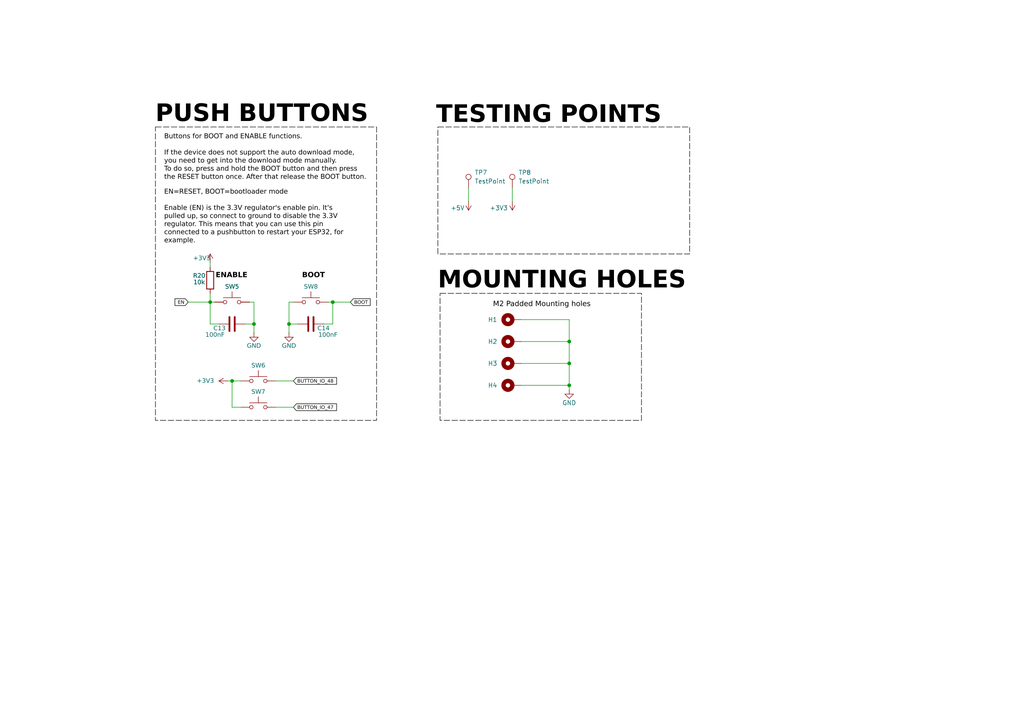
<source format=kicad_sch>
(kicad_sch (version 20250114) (generator "eeschema") (generator_version "9.0")
  (paper "A4")
  (lib_symbols
    (symbol "Connector:TestPoint" (pin_numbers (hide yes)) (pin_names (offset 0.762) (hide yes))
      (property "Reference" "TP" (at 0 6.858 0))
      (property "Value" "TestPoint" (at 0 5.08 0))
      (symbol "TestPoint_0_1"
        (circle (center 0 3.302) (radius 0.762))
      )
      (symbol "TestPoint_1_1"
        (pin passive line (at 0 0 90) (length 2.54) (name "1") (number "1"))
      )
    )
    (symbol "Device:C" (pin_numbers (hide yes)) (pin_names (offset 0.254))
      (property "Reference" "C" (at 0.635 2.54 0))
      (property "Value" "C" (at 0.635 -2.54 0))
      (symbol "C_0_1"
        (polyline (pts (xy -2.032 0.762) (xy 2.032 0.762)) (stroke (width 0.508)))
        (polyline (pts (xy -2.032 -0.762) (xy 2.032 -0.762)) (stroke (width 0.508)))
      )
      (symbol "C_1_1"
        (pin passive line (at 0 3.81 270) (length 2.794) (name "~") (number "1"))
        (pin passive line (at 0 -3.81 90) (length 2.794) (name "~") (number "2"))
      )
    )
    (symbol "Device:R" (pin_numbers (hide yes)) (pin_names (offset 0))
      (property "Reference" "R" (at 2.032 0 90))
      (property "Value" "R" (at 0 0 90))
      (symbol "R_0_1"
        (rectangle (start -1.016 -2.54) (end 1.016 2.54) (stroke (width 0.254)))
      )
      (symbol "R_1_1"
        (pin passive line (at 0 3.81 270) (length 1.27) (name "~") (number "1"))
        (pin passive line (at 0 -3.81 90) (length 1.27) (name "~") (number "2"))
      )
    )
    (symbol "Mechanical:MountingHole_Pad" (pin_numbers (hide yes)) (pin_names (offset 1.016) (hide yes))
      (property "Reference" "H" (at 0 6.35 0))
      (property "Value" "MountingHole_Pad" (at 0 4.445 0))
      (symbol "MountingHole_Pad_0_1"
        (circle (center 0 1.27) (radius 1.27) (stroke (width 1.27)))
      )
      (symbol "MountingHole_Pad_1_1"
        (pin input line (at 0 -2.54 90) (length 2.54) (name "1") (number "1"))
      )
    )
    (symbol "Switch:SW_Push" (pin_numbers (hide yes)) (pin_names (offset 1.016) (hide yes))
      (property "Reference" "SW" (at 1.27 2.54 0))
      (property "Value" "SW_Push" (at 0 -1.524 0))
      (symbol "SW_Push_0_1"
        (circle (center -2.032 0) (radius 0.508))
        (polyline (pts (xy 0 1.27) (xy 0 3.048)))
        (circle (center 2.032 0) (radius 0.508))
        (polyline (pts (xy 2.54 1.27) (xy -2.54 1.27)))
        (pin passive line (at -5.08 0 0) (length 2.54) (name "1") (number "1"))
        (pin passive line (at 5.08 0 180) (length 2.54) (name "2") (number "2"))
      )
    )
    (symbol "power:+3V3" (power) (pin_names (offset 0))
      (property "Value" "+3V3" (at 0 3.556 0))
      (symbol "+3V3_0_1"
        (polyline (pts (xy -0.762 1.27) (xy 0 2.54)))
        (polyline (pts (xy 0 2.54) (xy 0.762 1.27)))
        (polyline (pts (xy 0 0) (xy 0 2.54)))
      )
      (symbol "+3V3_1_1"
        (pin power_in line (at 0 0 90) (length 0) (hide yes) (name "+3V3") (number "1"))
      )
    )
    (symbol "power:+5V" (power) (pin_numbers (hide yes)) (pin_names (offset 0) (hide yes))
      (property "Value" "+5V" (at 0 3.556 0))
      (symbol "+5V_0_1"
        (polyline (pts (xy -0.762 1.27) (xy 0 2.54)))
        (polyline (pts (xy 0 2.54) (xy 0.762 1.27)))
        (polyline (pts (xy 0 0) (xy 0 2.54)))
      )
      (symbol "+5V_1_1"
        (pin power_in line (at 0 0 90) (length 0) (name "~") (number "1"))
      )
    )
    (symbol "power:GND" (power) (pin_numbers (hide yes)) (pin_names (offset 0) (hide yes))
      (property "Value" "GND" (at 0 -3.81 0))
      (symbol "GND_0_1"
        (polyline (pts (xy 0 0) (xy 0 -1.27) (xy 1.27 -1.27) (xy 0 -2.54) (xy -1.27 -1.27) (xy 0 -1.27)))
      )
      (symbol "GND_1_1"
        (pin power_in line (at 0 0 270) (length 0) (name "~") (number "1"))
      )
    )
  )
  (rectangle (start 127.635 85.09) (end 186.055 121.92) (stroke (width 0) (type dash) (color 0 0 0 1)))
  (rectangle (start 45.085 36.83) (end 109.22 121.92) (stroke (width 0) (type dash) (color 0 0 0 1)))
  (rectangle (start 127 36.83) (end 200.025 73.66) (stroke (width 0) (type dash) (color 0 0 0 1)))
  (text "Buttons for BOOT and ENABLE functions.\n\nIf the device does not support the auto download mode,\nyou need to get into the download mode manually. \nTo do so, press and hold the BOOT button and then press \nthe RESET button once. After that release the BOOT button." (at 47.625 52.705 0) (effects (font (size 1.4 1.4) (italic yes)) (justify left bottom)))
  (text "TESTING POINTS" (at 126.492 34.798 0) (effects (font (size 5 5) (thickness 1.2) (bold yes)) (justify left)))
  (text "MOUNTING HOLES" (at 127 85.725 0) (effects (font (size 5 5) (bold yes)) (justify left bottom)))
  (text "M2 Padded Mounting holes" (at 143.002 89.662 0) (effects (font (size 1.5 1.5)) (justify left bottom)))
  (text "BOOT" (at 87.63 81.28 0) (effects (font (size 1.5 1.5) (bold yes)) (justify left bottom)))
  (text "ENABLE" (at 71.755 81.28 0) (effects (font (size 1.5 1.5) (thickness 0.254) (bold yes)) (justify right bottom)))
  (text "EN=RESET, BOOT=bootloader mode\n\nEnable (EN) is the 3.3V regulator's enable pin. It's\npulled up, so connect to ground to disable the 3.3V\nregulator. This means that you can use this pin\nconnected to a pushbutton to restart your ESP32, for\nexample." (at 47.625 71.12 0) (effects (font (size 1.4 1.4) (italic yes)) (justify left bottom)))
  (text "PUSH BUTTONS" (at 45.085 37.465 0) (effects (font (size 5 5) (bold yes)) (justify left bottom)))
  (junction (at 165.1 111.76))
  (junction (at 165.1 105.41))
  (junction (at 73.66 93.98))
  (junction (at 96.52 87.63))
  (junction (at 165.1 99.06))
  (junction (at 60.96 87.63))
  (junction (at 67.31 110.49))
  (junction (at 83.82 93.98))
  (wire (pts (xy 83.82 93.98) (xy 86.36 93.98)))
  (wire (pts (xy 85.09 118.11) (xy 80.01 118.11)))
  (wire (pts (xy 165.1 113.03) (xy 165.1 111.76)))
  (wire (pts (xy 73.66 96.52) (xy 73.66 93.98)))
  (wire (pts (xy 60.96 85.09) (xy 60.96 87.63)))
  (wire (pts (xy 73.66 93.98) (xy 71.12 93.98)))
  (wire (pts (xy 80.01 110.49) (xy 85.09 110.49)))
  (wire (pts (xy 67.31 118.11) (xy 69.85 118.11)))
  (wire (pts (xy 96.52 87.63) (xy 95.25 87.63)))
  (wire (pts (xy 148.59 58.42) (xy 148.59 54.61)))
  (wire (pts (xy 60.96 87.63) (xy 60.96 93.98)))
  (wire (pts (xy 165.1 92.71) (xy 165.1 99.06)))
  (wire (pts (xy 165.1 99.06) (xy 165.1 105.41)))
  (wire (pts (xy 73.66 87.63) (xy 73.66 93.98)))
  (wire (pts (xy 83.82 96.52) (xy 83.82 93.98)))
  (wire (pts (xy 67.31 110.49) (xy 67.31 118.11)))
  (wire (pts (xy 73.66 87.63) (xy 72.39 87.63)))
  (wire (pts (xy 165.1 105.41) (xy 165.1 111.76)))
  (wire (pts (xy 54.61 87.63) (xy 60.96 87.63)))
  (wire (pts (xy 151.13 111.76) (xy 165.1 111.76)))
  (wire (pts (xy 60.96 77.47) (xy 60.96 76.2)))
  (wire (pts (xy 151.13 92.71) (xy 165.1 92.71)))
  (wire (pts (xy 93.98 93.98) (xy 96.52 93.98)))
  (wire (pts (xy 60.96 87.63) (xy 62.23 87.63)))
  (wire (pts (xy 67.31 110.49) (xy 69.85 110.49)))
  (wire (pts (xy 96.52 87.63) (xy 96.52 93.98)))
  (wire (pts (xy 151.13 105.41) (xy 165.1 105.41)))
  (wire (pts (xy 96.52 87.63) (xy 101.6 87.63)))
  (wire (pts (xy 135.89 58.42) (xy 135.89 54.61)))
  (wire (pts (xy 83.82 87.63) (xy 85.09 87.63)))
  (wire (pts (xy 63.5 93.98) (xy 60.96 93.98)))
  (wire (pts (xy 83.82 87.63) (xy 83.82 93.98)))
  (wire (pts (xy 151.13 99.06) (xy 165.1 99.06)))
  (wire (pts (xy 66.04 110.49) (xy 67.31 110.49)))
  (global_label "BOOT" (shape input) (at 101.6 87.63 0) (effects (font (size 1 1))) (property "Intersheetrefs" "${INTERSHEET_REFS}" (effects (hide yes))))
  (global_label "BUTTON_IO_48" (shape input) (at 85.09 110.49 0) (effects (font (size 1 1))) (property "Intersheetrefs" "${INTERSHEET_REFS}" (effects (hide yes))))
  (global_label "EN" (shape input) (at 54.61 87.63 180) (effects (font (size 1 1))) (property "Intersheetrefs" "${INTERSHEET_REFS}" (effects (hide yes))))
  (global_label "BUTTON_IO_47" (shape input) (at 85.09 118.11 0) (effects (font (size 1 1))) (property "Intersheetrefs" "${INTERSHEET_REFS}" (effects (hide yes))))
  (symbol (lib_id "Switch:SW_Push") (at 74.93 110.49 0) (unit 1)
    (property "Reference" "SW6" (at 74.93 106.045 0))
    (property "Value" "SW_Push" (effects (hide yes)))
    (property "Footprint" "sumec_brd:SW_SPST_EVQPE1" (effects (hide yes)))
  )
  (symbol (lib_id "power:+3V3") (at 148.59 58.42 180) (unit 1)
    (property "Reference" "#PWR058" (effects (hide yes)))
    (property "Value" "+3V3" (at 147.32 60.325 0) (effects (justify left)))
  )
  (symbol (lib_id "Switch:SW_Push") (at 74.93 118.11 0) (unit 1)
    (property "Reference" "SW7" (at 74.93 113.665 0))
    (property "Value" "SW_Push" (effects (hide yes)))
    (property "Footprint" "sumec_brd:SW_SPST_EVQPE1" (effects (hide yes)))
  )
  (symbol (lib_id "power:+3V3") (at 66.04 110.49 90) (unit 1)
    (property "Reference" "#PWR054" (effects (hide yes)))
    (property "Value" "+3V3" (at 62.23 110.49 90) (effects (justify left)))
  )
  (symbol (lib_id "power:GND") (at 73.66 96.52 0) (mirror y) (unit 1)
    (property "Reference" "#PWR055" (effects (hide yes)))
    (property "Value" "GND" (at 73.66 100.33 0))
  )
  (symbol (lib_id "power:+3V3") (at 60.96 76.2 0) (unit 1)
    (property "Reference" "#PWR053" (effects (hide yes)))
    (property "Value" "+3V3" (at 55.88 74.93 0) (effects (justify left)))
  )
  (symbol (lib_id "Mechanical:MountingHole_Pad") (at 148.59 111.76 90) (unit 1) (in_bom no)
    (property "Reference" "H4" (at 142.875 111.76 90))
    (property "Value" "Mounting Hole M2" (effects (hide yes)))
    (property "Footprint" "MountingHole:MountingHole_2.2mm_M2_Pad_Via" (effects (hide yes)))
    (property "Description" "Mounting Hole with connection" (effects (hide yes)))
  )
  (symbol (lib_id "power:GND") (at 83.82 96.52 0) (unit 1)
    (property "Reference" "#PWR056" (effects (hide yes)))
    (property "Value" "GND" (at 83.82 100.33 0))
  )
  (symbol (lib_id "Switch:SW_Push") (at 90.17 87.63 0) (unit 1)
    (property "Reference" "SW8" (at 90.17 83.185 0))
    (property "Value" "SW_Push" (effects (hide yes)))
    (property "Footprint" "sumec_brd:SW_SPST_EVQPE1" (effects (hide yes)))
  )
  (symbol (lib_id "Switch:SW_Push") (at 67.31 87.63 0) (mirror y) (unit 1)
    (property "Reference" "SW5" (at 67.31 83.185 0))
    (property "Value" "SW_Push" (effects (hide yes)))
    (property "Footprint" "sumec_brd:SW_SPST_EVQPE1" (effects (hide yes)))
    (property "Datasheet" "https://cz.mouser.com/ProductDetail/Panasonic/EVQ-PE104K?qs=wX5mvoJE4NGLiYsCBZAptQ%3D%3D" (effects (hide yes)))
  )
  (symbol (lib_id "Mechanical:MountingHole_Pad") (at 148.59 105.41 90) (unit 1) (in_bom no)
    (property "Reference" "H3" (at 142.875 105.41 90))
    (property "Value" "Mounting Hole M2" (effects (hide yes)))
    (property "Footprint" "MountingHole:MountingHole_2.2mm_M2_Pad_Via" (effects (hide yes)))
    (property "Description" "Mounting Hole with connection" (effects (hide yes)))
  )
  (symbol (lib_id "Device:C") (at 90.17 93.98 270) (mirror x) (unit 1)
    (property "Reference" "C14" (at 92.075 95.25 90) (effects (justify left)))
    (property "Value" "100nF" (at 92.075 97.155 90) (effects (justify left)))
    (property "Footprint" "Capacitor_SMD:C_0805_2012Metric_Pad1.18x1.45mm_HandSolder" (effects (hide yes)))
  )
  (symbol (lib_id "Connector:TestPoint") (at 148.59 54.61 0) (unit 1)
    (property "Reference" "TP8" (at 150.368 50.038 0) (effects (justify left)))
    (property "Value" "TestPoint" (at 150.368 52.578 0) (effects (justify left)))
    (property "Footprint" "TestPoint:TestPoint_Pad_1.0x1.0mm" (effects (hide yes)))
    (property "Description" "test point" (effects (hide yes)))
  )
  (symbol (lib_id "Device:C") (at 67.31 93.98 90) (unit 1)
    (property "Reference" "C13" (at 65.405 95.25 90) (effects (justify left)))
    (property "Value" "100nF" (at 65.405 97.155 90) (effects (justify left)))
    (property "Footprint" "Capacitor_SMD:C_0805_2012Metric_Pad1.18x1.45mm_HandSolder" (effects (hide yes)))
  )
  (symbol (lib_id "power:GND") (at 165.1 113.03 0) (unit 1)
    (property "Reference" "#PWR059" (effects (hide yes)))
    (property "Value" "GND" (at 165.1 116.84 0))
    (property "Description" "Power symbol creates a global label with name \"GND\" , ground" (effects (hide yes)))
  )
  (symbol (lib_id "Mechanical:MountingHole_Pad") (at 148.59 99.06 90) (unit 1) (in_bom no)
    (property "Reference" "H2" (at 142.875 99.06 90))
    (property "Value" "Mounting Hole M2" (effects (hide yes)))
    (property "Footprint" "MountingHole:MountingHole_2.2mm_M2_Pad_Via" (effects (hide yes)))
    (property "Description" "Mounting Hole with connection" (effects (hide yes)))
  )
  (symbol (lib_id "Mechanical:MountingHole_Pad") (at 148.59 92.71 90) (unit 1) (in_bom no)
    (property "Reference" "H1" (at 142.875 92.71 90))
    (property "Value" "Mounting Hole M2" (effects (hide yes)))
    (property "Footprint" "MountingHole:MountingHole_2.2mm_M2_Pad_Via" (effects (hide yes)))
    (property "Description" "Mounting Hole with connection" (effects (hide yes)))
  )
  (symbol (lib_id "Connector:TestPoint") (at 135.89 54.61 0) (unit 1)
    (property "Reference" "TP7" (at 137.668 50.038 0) (effects (justify left)))
    (property "Value" "TestPoint" (at 137.668 52.578 0) (effects (justify left)))
    (property "Footprint" "TestPoint:TestPoint_Pad_1.0x1.0mm" (effects (hide yes)))
    (property "Description" "test point" (effects (hide yes)))
  )
  (symbol (lib_id "power:+5V") (at 135.89 58.42 180) (unit 1)
    (property "Reference" "#PWR057" (effects (hide yes)))
    (property "Value" "+5V" (at 132.715 60.325 0))
    (property "Description" "Power symbol creates a global label with name \"+5V\"" (effects (hide yes)))
  )
  (symbol (lib_id "Device:R") (at 60.96 81.28 180) (unit 1)
    (property "Reference" "R20" (at 57.785 80.01 0))
    (property "Value" "10k" (at 57.785 81.915 0))
    (property "Footprint" "Resistor_SMD:R_0805_2012Metric_Pad1.20x1.40mm_HandSolder" (effects (hide yes)))
  )
)
</source>
